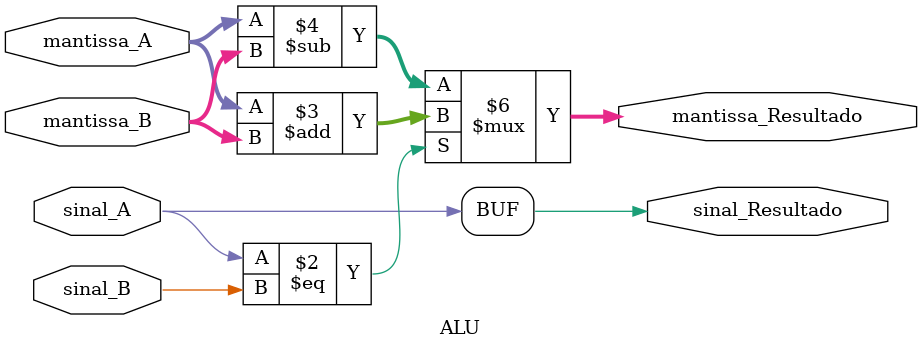
<source format=v>
module ALU(sinal_A, sinal_B, mantissa_A, mantissa_B, mantissa_Resultado, sinal_Resultado);
input sinal_A, sinal_B;
input [10:0] mantissa_A, mantissa_B;
output reg sinal_Resultado;
output reg [11:0] mantissa_Resultado;


always @(sinal_A or sinal_B or mantissa_A or mantissa_B) begin
	if(sinal_A == sinal_B) 
		mantissa_Resultado = mantissa_A + mantissa_B;
	else 
		mantissa_Resultado = mantissa_A - mantissa_B;	
	
	sinal_Resultado = sinal_A;
end

endmodule 

</source>
